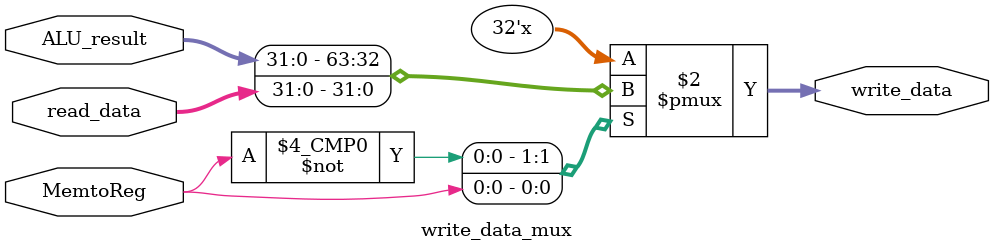
<source format=v>
`timescale 1ns / 1ps

module CPU_A(clk,PC);

input clk;
wire [31:0]ins_out;
wire RegDst ,Jump, ALUsrc, MemtoReg, RegWrite, MemRead, MemWrite, Branch;
wire [1:0] ALUop;
wire [4:0]write_reg;
wire [31:0]write_data, read_data1, read_data2, address_out, alu_mux_out;
wire [31:0]ALU_out;
wire zero;
wire [3:0]ALU_ctrl;
wire [31:0]DataMem_read_data;
wire [31:0] t0,t1,t2,t3,t4,t5,t6,t7;

output reg [31:0] PC;

initial
    begin
        PC <= 0;
    end

always@(posedge clk)
    begin
        if(Jump)
            begin 
                PC <= PC + 4;
                PC <= { PC [31:28] , ins_out [25:0] , 2'b00 } ; 
            end
        else
            if(Branch && zero)
                begin
                    PC <= PC + 4;
                    PC <= PC +  (address_out << 2);
                end        
            else
                PC <= PC + 4;    
    end
       

ins_memory U2(.clk(clk), .read_address(PC), .instruction(ins_out));
control U3(.signal(ins_out[31:26]), .RegDst(RegDst), .Jump(Jump), .ALUsrc(ALUsrc), 
            .MemtoReg(MemtoReg), .RegWrite(RegWrite), .MemRead(MemRead), .MemWrite(MemWrite), .Branch(Branch), .ALUop(ALUop));
            
register_file U4(.clk(clk) , .RegWrite(RegWrite), .read_reg1(ins_out[25:21]), 
                    .read_reg2(ins_out[20:16]), .write_reg(write_reg), .write_data(write_data), 
                    .read_data1(read_data1), .read_data2(read_data2),
                    .t0(t0),.t1(t1),.t2(t2),.t3(t3),.t4(t4),.t5(t5),.t6(t6),.t7(t7)
                    );
                    
write_register_mux U5(.RegDst(RegDst), .rd(ins_out[15:11]), .rt(ins_out[20:16]), .write_reg(write_reg));
sign_extend U6(.address_in(ins_out[15:0]), .address_out(address_out));
reg2alu_mux U7(.alusrc(ALUsrc), .reg2(read_data2), .extended(address_out), .muxo(alu_mux_out));
alu U8(.alu_ctr(ALU_ctrl), .a(read_data1), .b(alu_mux_out), .alu_out(ALU_out), .zero(zero));
alu_control U9(.func(ins_out[5:0]), .aluop(ALUop), .alu_Ctr(ALU_ctrl));
data_memory U10(.clk(clk), .MemWrite(MemWrite), .MemRead(MemRead), .address(ALU_out), .write_data(read_data2), .read_data(DataMem_read_data)
                );
write_data_mux U11(.MemtoReg(MemtoReg), .read_data(DataMem_read_data), .ALU_result(ALU_out), .write_data(write_data));

endmodule

///////////////////////////////////////////////////////////////////////////////////////////////////////////////////////
module ins_memory(clk,read_address,instruction);

input clk;
input [31:0]read_address; // PC
output reg[31:0]instruction;

reg [31:0] instruction_memoroy [31:0];

initial
    begin
        // Loop
        instruction_memoroy[0] = 32'b100011_01011_01001_0000000000000000;	 // lw $t1 ,0($t3)
        instruction_memoroy[1] = 32'b001000_01010_01101_0000000000000100;   // addi $t5 ,$t2 , 4
        instruction_memoroy[2] = 32'b000000_01001_01011_01110_00000_100010;   // sub $t6 ,$t1 ,$t3
        instruction_memoroy[3] = 32'b000000_01101_01110_01111_00000_100101;  // or $t7 ,$t5 ,$t6
        instruction_memoroy[4] = 32'b000000_01001_01101_01011_00000_100100;   // and $t3,$t1,$t5 
        instruction_memoroy[5] = 32'b000100_01110_01111_0000000000000001;   // beq $t6 ,$t7,LOOP2
        instruction_memoroy[6] = 32'b000010_00000000000000000000000111;     // j LOOP2
        // Loop2
        instruction_memoroy[7] = 32'b000000_01010_01100_01010_00000_100000; // add $t2 ,$t2 ,$t4
        instruction_memoroy[8] = 32'b101011_01011_01010_0000000000010100;	// sw $t2 ,20($t3)
        instruction_memoroy[9] = 32'b000000_01000_01101_01100_00000_101010; // slt $t4,$t0,$t5
        instruction_memoroy[10] = 32'b000010_00000000000000000000000000;     // j LOOP 
    end

always@(*)
    begin
        instruction <= instruction_memoroy[read_address/4];
    end
          
endmodule

///////////////////////////////////////////////////////////////////////////////////////////////////////////////////////
module control(signal, RegDst,Jump,ALUsrc,MemtoReg,RegWrite,MemRead,MemWrite,Branch,ALUop);
input signal;
output RegDst,ALUsrc,Jump,MemtoReg,RegWrite,MemRead,MemWrite,Branch,ALUop;
reg[1:0] ALUop;
reg RegDst,ALUsrc,Jump,MemtoReg,RegWrite,MemRead,MemWrite,Branch;
wire[5:0] signal;

always@(signal)
    begin
        case(signal)
            6'b000000:begin //R format
                        RegDst=1'b1; 
                        ALUsrc=1'b0;
                        Jump=1'b0; 
                        MemtoReg=1'b0; 
                        RegWrite=1'b1; 
                        MemRead=1'b0; 
                        MemWrite=1'b0; 
                        Branch=1'b0;
                        ALUop=2'b10; 
                     end
            6'b100011:begin // lw
                        RegDst=1'b0; 
                        ALUsrc=1'b1;
                        Jump=1'b0; 
                        MemtoReg=1'b1;
                        RegWrite=1'b1; 
                        MemRead=1'b1; 
                        MemWrite=1'b0; 
                        Branch=1'b0;
                        ALUop=2'b00; 
                     end
            6'b101011:begin // sw
                        RegDst=1'bX; 
                        ALUsrc=1'b1;
                        Jump=1'b0;  
                        MemtoReg=1'bX; 
                        RegWrite=1'b0; 
                        MemRead=1'b0; 
                        MemWrite=1'b1; 
                        Branch=1'b0;
                        ALUop=2'b00; 
                     end 
            6'b000100:begin // beq
                        RegDst=1'bX; 
                        ALUsrc=1'b0;
                        Jump=1'b0;  
                        MemtoReg=1'bX; 
                        RegWrite=1'b0; 
                        MemRead=1'b0; 
                        MemWrite=1'b0; 
                        Branch=1'b1;
                        ALUop=2'b01; 
                     end
            6'b001000:begin // addi
                        RegDst=1'b0; 
                        ALUsrc=1'b1;
                        Jump=1'b0;  
                        MemtoReg=1'b0;
                        RegWrite=1'b1; 
                        MemRead=1'b0; 
                        MemWrite=1'b0; 
                        Branch=1'b0;
                        ALUop=2'b00; 
                     end
            6'b000010:begin // jump
                        RegDst=1'bX; 
                        ALUsrc=1'bX;
                        Jump=1'b1;  
                        MemtoReg=1'bX; 
                        RegWrite=1'b0; 
                        MemRead=1'b0; 
                        MemWrite=1'b0; 
                        Branch=1'b0;
                        ALUop=2'bXX; 
                     end
            default: begin 
                        RegDst=1'bX; 
                        ALUsrc=1'bX; 
                        MemtoReg=1'bX; 
                        RegWrite=1'bX; 
                        MemRead=1'bX; 
                        MemWrite=1'bX; 
                        Branch=1'bX;
                        ALUop=2'bXX; 
                    end       
        endcase
    end

endmodule

///////////////////////////////////////////////////////////////////////////////////////////////////////////////////////
module register_file(clk,RegWrite,read_reg1,read_reg2,write_reg,write_data,read_data1,read_data2,t0,t1,t2,t3,t4,t5,t6,t7);

input clk;

input RegWrite; // Control

// read_reg1,read_reg2,write_reg ¦s address
input [4:0] read_reg1; // rs
input [4:0] read_reg2; //  R-type : rt , lw : X
input [4:0] write_reg; // R-type : rd , lw : rt

// ALU operation »Ý­n 32-bit data
input [31:0] write_data;
output reg [31:0] read_data1;
output reg [31:0] read_data2;

output reg [31:0] t0,t1,t2,t3,t4,t5,t6,t7;

initial
    begin
        t0 = 0;
        t1 = 1;
        t2 = 2;
        t3 = 3;
        t4 = 4;
        t5 = 5;
        t6 = 6;
        t7 = 7;
    end
    
always@(*)
    begin
        case(read_reg1)
        8 : read_data1 = t0;
        9 : read_data1 = t1;
        10 : read_data1 = t2;
        11 : read_data1 = t3;
        12 : read_data1 = t4;
        13 : read_data1 = t5;
        14 : read_data1 = t6;
        15 : read_data1 = t7;
        default : read_data1 = 32'dX;
        endcase
    end

always@(*)
    begin
        case(read_reg2)
        8 : read_data2 = t0;
        9 : read_data2 = t1;
        10 : read_data2 = t2;
        11 : read_data2 = t3;
        12 : read_data2 = t4;
        13 : read_data2 = t5;
        14 : read_data2 = t6;
        15 : read_data2 = t7;
        default : read_data2 = 32'dX;
        endcase 
    end
    
always@(posedge clk)
    begin
        if(RegWrite)
            begin
                case(write_reg)
                    8 : t0 <= write_data;
                    9 : t1 <= write_data;
                    10 : t2 <= write_data;
                    11 : t3 <= write_data;
                    12 : t4 <= write_data;
                    13 : t5 <= write_data;
                    14 : t6 <= write_data;
                    15 : t7 <= write_data;
                endcase    
            end
        else
            begin
                t0 <= t0;
                t1 <= t1;
                t2 <= t2;
                t3 <= t3;
                t4 <= t4;
                t5 <= t5;
                t6 <= t6;
                t7 <= t7;
            end
    end    
 
endmodule

///////////////////////////////////////////////////////////////////////////////////////////////////////////////////////
module write_register_mux(RegDst,rd,rt,write_reg);

input RegDst; // Control
input [4:0] rd; // R-type destination
input [4:0] rt; // lw destination

output reg [4:0] write_reg;

always@(*)
    begin
        case(RegDst) // ®Ú¾Ú opcode ±oª¾ Instruction ªº type
            0 : write_reg = rt; // lw
            1 : write_reg = rd; // R-type
            default : write_reg = 5'dX;
        endcase
    end

endmodule

///////////////////////////////////////////////////////////////////////////////////////////////////////////////////////////////////////////////////////////////

module sign_extend(address_in,address_out);

// address ¦b MIPS code ¸Ì¬° 16-bit ,»Ý sign-extension ¦¨ 32-bit , ¤~¯à¶i¦æALU¹Bºâ
input [15:0] address_in;
output [31:0] address_out;

assign address_out = { {16{address_in[15]}} , address_in}; // ¥¿¼Æ¸É0 ­t¼Æ¸É1

endmodule
///////////////////////////////////////////////////////////////////////////////////////////////////////////////////////////////////////////////////////////////
module reg2alu_mux(alusrc,reg2,extended,muxo);

input alusrc;
input [31:0]reg2,extended;
output reg [31:0] muxo;

always@(alusrc or reg2 or extended)
    begin
        if(alusrc) 
            muxo = extended;    
        else 
            muxo = reg2;     
    end

endmodule

///////////////////////////////////////////////////////////////////////////////////////////////////////////////////////////////////////////////////////////////////
module alu( alu_ctr,a,b,alu_out,zero);
    
    input [31:0] a,b;
    input[3:0] alu_ctr;
    output reg [31:0] alu_out;
    output reg zero;
    
    always@(a or b or alu_ctr)
        begin
            case (alu_ctr)
                4'b0000: alu_out = a & b;
                4'b0001: alu_out = a | b;
                4'b0010: alu_out = a + b;
                4'b0110: alu_out = a - b;
                4'b0111: alu_out = a < b;
                4'b1100: alu_out = a ~^ b;
                default: alu_out = 32'dX;
            endcase 
    end
    
    always@(alu_out)
        begin
            if (alu_out==32'd0)
                zero=1'b1;
            else 
                zero=1'b0;
            end
    
endmodule

///////////////////////////////////////////////////////////////////////////////////////////////////////////////////////////////////////////////////////////////////

module alu_control( func,aluop,alu_Ctr);
input [5:0] func;
input [1:0] aluop;
output reg [3:0] alu_Ctr;


always@(func or aluop)
    begin
        case (aluop)
            2'b00: alu_Ctr=4'b0010; // lw,sw
            2'b01: alu_Ctr=4'b0110; // beq
            2'b10:
                begin     
                    if(func==6'b100000) // add
                        alu_Ctr=4'b0010;
                    else if (func==6'b100010) // sub
                        alu_Ctr=4'b0110;
                    else if (func==6'b100100) // AND
                        alu_Ctr=4'b0000;
                    else if (func==6'b100101) // OR
                        alu_Ctr=4'b0001;
                    else if (func==6'b101010) // slt
                        alu_Ctr=4'b0111;
                    else
                        alu_Ctr=4'b1111;
                end
            default: alu_Ctr=4'b1111; 
        endcase
    end


endmodule

///////////////////////////////////////////////////////////////////////////////////////////////////////////////////////////////////////////////////////////////////
module data_memory(clk,MemWrite,MemRead,address,write_data,read_data);

input clk;

input MemWrite; // Control for sw
input MemRead; // Control for lw

input [31:0] address; //  rt address
input [31:0] write_data; // sw
output reg [31:0] read_data; // lw

reg [31:0] memory_data [31:0]; // 32 ­Ó register ªº 32-bit data 

initial
    begin
        memory_data[0] = 0;  
        memory_data[1] = 1;  
        memory_data[2] = 2;  
        memory_data[3] = 3;  
        memory_data[4] = 4; 
        memory_data[5] = 5;  
        memory_data[6] = 6;  
        memory_data[7] = 7;  
        memory_data[8] = 0;  
        memory_data[9] = 0;
        memory_data[10] = 0;  
        memory_data[11] = 0;
        memory_data[12] = 0; 
        memory_data[13] = 0;  
        memory_data[14] = 0;  
        memory_data[15] = 0;  
        memory_data[16] = 0;  
        memory_data[17] = 0;  
        memory_data[18] = 0;  
        memory_data[19] = 0;  
        memory_data[20] = 0; 
        memory_data[21] = 0;  
        memory_data[22] = 0;  
        memory_data[23] = 0;  
        memory_data[24] = 0;  
        memory_data[25] = 0;  
        memory_data[26] = 0;  
        memory_data[27] = 0;  
        memory_data[28] = 0; 
        memory_data[29] = 0;  
        memory_data[30] = 0;  
        memory_data[31] = 0;  
    end
    
always@(negedge clk)
    begin
        if(MemWrite && ! MemRead) // sw
             memory_data[address] <= write_data;    
        else 
             memory_data[address] <= memory_data[address]; 
    end
    
always@(*)
    begin
        if(MemRead && !MemWrite) // lw
            read_data = memory_data[address];    
        else 
            read_data = 32'dX; 
    end

endmodule

///////////////////////////////////////////////////////////////////////////////////////////////////////////////////////////////////////////////////////////////////
module write_data_mux(MemtoReg,read_data,ALU_result,write_data);

input MemtoReg; // Control

input [31:0] read_data; // lw
input [31:0] ALU_result; // R-format

output reg [31:0] write_data;

always@(*)
    begin
        case(MemtoReg)
            0 : write_data = ALU_result; // R-format
            1 : write_data = read_data; // lw
            default : write_data = 32'dX;
        endcase
    end

endmodule

///////////////////////////////////////////////////////////////////////////////////////////////////////////////////////////////////////////////////////////////////

</source>
